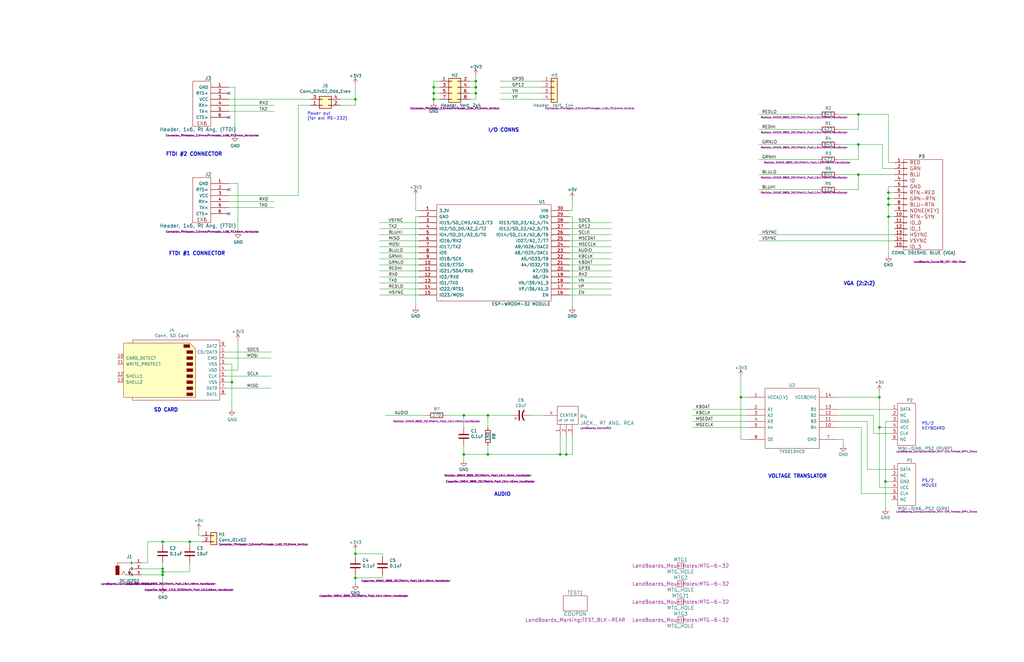
<source format=kicad_sch>
(kicad_sch (version 20211123) (generator eeschema)
  (paper "B")
  (title_block (title "ESP32-VGA") (date "2021-03-10") (rev "3") (company "land-boards.com"))
  (lib_symbols
    (symbol "Connector_Generic:Conn_01x02" (pin_names (offset 1.016) hide)
      (property "Reference" "J" (at 0 2.54 0))
      (property "Value" "Conn_01x02" (at 0 -5.08 0))
      (symbol "Conn_01x02_1_1"
        (rectangle (start -1.27 -2.413) (end 0 -2.667) (stroke (width 0.1524)))
        (rectangle (start -1.27 0.127) (end 0 -0.127) (stroke (width 0.1524)))
        (rectangle (start -1.27 1.27) (end 1.27 -3.81) (stroke (width 0.254)) (fill (type background)))
        (pin passive line (at -5.08 0 0) (length 3.81) (name "Pin_1") (number "1"))
        (pin passive line (at -5.08 -2.54 0) (length 3.81) (name "Pin_2") (number "2"))
      )
    )
    (symbol "Connector_Generic:Conn_01x04" (pin_names (offset 1.016) hide)
      (property "Reference" "J" (at 0 5.08 0))
      (property "Value" "Conn_01x04" (at 0 -7.62 0))
      (symbol "Conn_01x04_1_1"
        (rectangle (start -1.27 -4.953) (end 0 -5.207) (stroke (width 0.1524)))
        (rectangle (start -1.27 -2.413) (end 0 -2.667) (stroke (width 0.1524)))
        (rectangle (start -1.27 0.127) (end 0 -0.127) (stroke (width 0.1524)))
        (rectangle (start -1.27 2.667) (end 0 2.413) (stroke (width 0.1524)))
        (rectangle (start -1.27 3.81) (end 1.27 -6.35) (stroke (width 0.254)) (fill (type background)))
        (pin passive line (at -5.08 2.54 0) (length 3.81) (name "Pin_1") (number "1"))
        (pin passive line (at -5.08 0 0) (length 3.81) (name "Pin_2") (number "2"))
        (pin passive line (at -5.08 -2.54 0) (length 3.81) (name "Pin_3") (number "3"))
        (pin passive line (at -5.08 -5.08 0) (length 3.81) (name "Pin_4") (number "4"))
      )
    )
    (symbol "Connector_Generic:Conn_02x02_Odd_Even" (pin_names (offset 1.016) hide)
      (property "Reference" "J" (at 1.27 2.54 0))
      (property "Value" "Conn_02x02_Odd_Even" (at 1.27 -5.08 0))
      (symbol "Conn_02x02_Odd_Even_1_1"
        (rectangle (start -1.27 -2.413) (end 0 -2.667) (stroke (width 0.1524)))
        (rectangle (start -1.27 0.127) (end 0 -0.127) (stroke (width 0.1524)))
        (rectangle (start -1.27 1.27) (end 3.81 -3.81) (stroke (width 0.254)) (fill (type background)))
        (rectangle (start 3.81 -2.413) (end 2.54 -2.667) (stroke (width 0.1524)))
        (rectangle (start 3.81 0.127) (end 2.54 -0.127) (stroke (width 0.1524)))
        (pin passive line (at -5.08 0 0) (length 3.81) (name "Pin_1") (number "1"))
        (pin passive line (at 7.62 0 180) (length 3.81) (name "Pin_2") (number "2"))
        (pin passive line (at -5.08 -2.54 0) (length 3.81) (name "Pin_3") (number "3"))
        (pin passive line (at 7.62 -2.54 180) (length 3.81) (name "Pin_4") (number "4"))
      )
    )
    (symbol "Connector_Generic:Conn_02x04_Odd_Even" (pin_names (offset 1.016) hide)
      (property "Reference" "J" (at 1.27 5.08 0))
      (property "Value" "Conn_02x04_Odd_Even" (at 1.27 -7.62 0))
      (symbol "Conn_02x04_Odd_Even_1_1"
        (rectangle (start -1.27 -4.953) (end 0 -5.207) (stroke (width 0.1524)))
        (rectangle (start -1.27 -2.413) (end 0 -2.667) (stroke (width 0.1524)))
        (rectangle (start -1.27 0.127) (end 0 -0.127) (stroke (width 0.1524)))
        (rectangle (start -1.27 2.667) (end 0 2.413) (stroke (width 0.1524)))
        (rectangle (start -1.27 3.81) (end 3.81 -6.35) (stroke (width 0.254)) (fill (type background)))
        (rectangle (start 3.81 -4.953) (end 2.54 -5.207) (stroke (width 0.1524)))
        (rectangle (start 3.81 -2.413) (end 2.54 -2.667) (stroke (width 0.1524)))
        (rectangle (start 3.81 0.127) (end 2.54 -0.127) (stroke (width 0.1524)))
        (rectangle (start 3.81 2.667) (end 2.54 2.413) (stroke (width 0.1524)))
        (pin passive line (at -5.08 2.54 0) (length 3.81) (name "Pin_1") (number "1"))
        (pin passive line (at 7.62 2.54 180) (length 3.81) (name "Pin_2") (number "2"))
        (pin passive line (at -5.08 0 0) (length 3.81) (name "Pin_3") (number "3"))
        (pin passive line (at 7.62 0 180) (length 3.81) (name "Pin_4") (number "4"))
        (pin passive line (at -5.08 -2.54 0) (length 3.81) (name "Pin_5") (number "5"))
        (pin passive line (at 7.62 -2.54 180) (length 3.81) (name "Pin_6") (number "6"))
        (pin passive line (at -5.08 -5.08 0) (length 3.81) (name "Pin_7") (number "7"))
        (pin passive line (at 7.62 -5.08 180) (length 3.81) (name "Pin_8") (number "8"))
      )
    )
    (symbol "Device:C" (pin_numbers hide) (pin_names (offset 0.254))
      (property "Reference" "C" (at 0.635 2.54 0))
      (property "Value" "C" (at 0.635 -2.54 0))
      (symbol "C_0_1"
        (polyline (pts (xy -2.032 -0.762) (xy 2.032 -0.762)) (stroke (width 0.508)))
        (polyline (pts (xy -2.032 0.762) (xy 2.032 0.762)) (stroke (width 0.508)))
      )
      (symbol "C_1_1"
        (pin passive line (at 0 3.81 270) (length 2.794) (name "~") (number "1"))
        (pin passive line (at 0 -3.81 90) (length 2.794) (name "~") (number "2"))
      )
    )
    (symbol "Device:CP1" (pin_numbers hide) (pin_names (offset 0.254) hide)
      (property "Reference" "C" (at 0.635 2.54 0))
      (property "Value" "Device_CP1" (at 0.635 -2.54 0))
      (symbol "CP1_0_1"
        (polyline (pts (xy -2.032 0.762) (xy 2.032 0.762)) (stroke (width 0.508)))
        (polyline (pts (xy -1.778 2.286) (xy -0.762 2.286)))
        (polyline (pts (xy -1.27 1.778) (xy -1.27 2.794)))
        (arc (start 2.032 -1.27) (mid 0 -0.5572) (end -2.032 -1.27) (stroke (width 0.508)))
      )
      (symbol "CP1_1_1"
        (pin passive line (at 0 3.81 270) (length 2.794) (name "~") (number "1"))
        (pin passive line (at 0 -3.81 90) (length 3.302) (name "~") (number "2"))
      )
    )
    (symbol "Device:R" (pin_numbers hide) (pin_names (offset 0))
      (property "Reference" "R" (at 2.032 0 90))
      (property "Value" "R" (at 0 0 90))
      (symbol "R_0_1"
        (rectangle (start -1.016 -2.54) (end 1.016 2.54) (stroke (width 0.254)))
      )
      (symbol "R_1_1"
        (pin passive line (at 0 3.81 270) (length 1.27) (name "~") (number "1"))
        (pin passive line (at 0 -3.81 90) (length 1.27) (name "~") (number "2"))
      )
    )
    (symbol "ESP32-VGA-rescue:ESP32-ESP32-LandBoards_Semis" (pin_names (offset 1.016))
      (property "Reference" "U" (at 0 24.13 0))
      (property "Value" "ESP32-ESP32-LandBoards_Semis" (at 7.62 -24.13 0))
      (symbol "ESP32-ESP32-LandBoards_Semis_1_0"
        (rectangle (start -24.13 -20.32) (end 24.13 20.32))
      )
      (symbol "ESP32-ESP32-LandBoards_Semis_1_1"
        (pin power_in line (at 31.75 17.78 180) (length 7.62) (name "3.3V") (number "1"))
        (pin bidirectional line (at 31.75 -5.08 180) (length 7.62) (name "IO19/CTS0") (number "10"))
        (pin bidirectional line (at 31.75 -7.62 180) (length 7.62) (name "IO21/SDA/RX0") (number "11"))
        (pin input line (at 31.75 -10.16 180) (length 7.62) (name "IO3/RX0") (number "12"))
        (pin bidirectional line (at 31.75 -12.7 180) (length 7.62) (name "IO1/TX0") (number "13"))
        (pin input line (at 31.75 -15.24 180) (length 7.62) (name "IO22/RTS1") (number "14"))
        (pin bidirectional line (at 31.75 -17.78 180) (length 7.62) (name "IO23/MOSI") (number "15"))
        (pin input line (at -31.75 -17.78 0) (length 7.62) (name "EN") (number "16"))
        (pin input line (at -31.75 -15.24 0) (length 7.62) (name "VP/I36/A1_0") (number "17"))
        (pin input line (at -31.75 -12.7 0) (length 7.62) (name "VN/I39/A1_3") (number "18"))
        (pin input line (at -31.75 -10.16 0) (length 7.62) (name "A6/I34") (number "19"))
        (pin power_in line (at 31.75 15.24 180) (length 7.62) (name "GND") (number "2"))
        (pin input line (at -31.75 -7.62 0) (length 7.62) (name "A7/I35") (number "20"))
        (pin input line (at -31.75 -5.08 0) (length 7.62) (name "A4/IO32/T9") (number "21"))
        (pin input line (at -31.75 -2.54 0) (length 7.62) (name "A5/IO33/T8") (number "22"))
        (pin input line (at -31.75 0 0) (length 7.62) (name "A8/IO25/DAC1") (number "23"))
        (pin input line (at -31.75 2.54 0) (length 7.62) (name "A9/I026/DAC2") (number "24"))
        (pin bidirectional line (at -31.75 5.08 0) (length 7.62) (name "IO27/A2_7/T7") (number "25"))
        (pin bidirectional line (at -31.75 7.62 0) (length 7.62) (name "IO14/SD_CLK/A2_6/T6") (number "26"))
        (pin bidirectional line (at -31.75 10.16 0) (length 7.62) (name "IO12/SD_D2/A2_5/T5") (number "27"))
        (pin bidirectional line (at -31.75 12.7 0) (length 7.62) (name "IO13/SD_D3/A2_4/T4") (number "28"))
        (pin power_in line (at -31.75 15.24 0) (length 7.62) (name "GND") (number "29"))
        (pin bidirectional line (at 31.75 12.7 180) (length 7.62) (name "IO15/SD_CMD/A2_3/T3") (number "3"))
        (pin power_in line (at -31.75 17.78 0) (length 7.62) (name "VIN") (number "30"))
        (pin bidirectional line (at 31.75 10.16 180) (length 7.62) (name "IO2/SD_D0/A2_2/T2") (number "4"))
        (pin bidirectional line (at 31.75 7.62 180) (length 7.62) (name "IO4/SD_D1/A2_0/T0") (number "5"))
        (pin input line (at 31.75 5.08 180) (length 7.62) (name "IO16/RX2") (number "6"))
        (pin output line (at 31.75 2.54 180) (length 7.62) (name "IO17/TX2") (number "7"))
        (pin bidirectional line (at 31.75 0 180) (length 7.62) (name "IO5") (number "8"))
        (pin bidirectional line (at 31.75 -2.54 180) (length 7.62) (name "IO18/SCK") (number "9"))
      )
    )
    (symbol "ESP32-VGA-rescue:SD_Card-Connector" (pin_names (offset 1.016))
      (property "Reference" "J" (at -16.51 13.97 0))
      (property "Value" "SD_Card-Connector" (at 15.24 -13.97 0))
      (symbol "SD_Card-Connector_0_1"
        (rectangle (start -8.89 -9.525) (end -6.35 -10.795) (fill (type outline)))
        (rectangle (start -8.89 -6.985) (end -6.35 -8.255) (fill (type outline)))
        (rectangle (start -8.89 -4.445) (end -6.35 -5.715) (fill (type outline)))
        (rectangle (start -8.89 -1.905) (end -6.35 -3.175) (fill (type outline)))
        (rectangle (start -8.89 0.635) (end -6.35 -0.635) (fill (type outline)))
        (rectangle (start -8.89 3.175) (end -6.35 1.905) (fill (type outline)))
        (rectangle (start -8.89 5.715) (end -6.35 4.445) (fill (type outline)))
        (rectangle (start -8.89 8.255) (end -6.35 6.985) (fill (type outline)))
        (rectangle (start -7.62 10.795) (end -5.08 9.525) (fill (type outline)))
        (polyline (pts (xy -10.16 8.89) (xy -7.62 11.43) (xy 20.32 11.43) (xy 20.32 -11.43) (xy -10.16 -11.43) (xy -10.16 8.89)) (fill (type background)))
        (polyline (pts (xy 16.51 11.43) (xy 16.51 12.7) (xy -20.32 12.7) (xy -20.32 -12.7) (xy 16.51 -12.7) (xy 16.51 -11.43)))
      )
      (symbol "SD_Card-Connector_1_1"
        (pin input line (at -22.86 7.62 0) (length 2.54) (name "CD/DAT3") (number "1"))
        (pin input line (at 22.86 5.08 180) (length 2.54) (name "CARD_DETECT") (number "10"))
        (pin input line (at 22.86 2.54 180) (length 2.54) (name "WRITE_PROTECT") (number "11"))
        (pin input line (at 22.86 -2.54 180) (length 2.54) (name "SHELL1") (number "12"))
        (pin input line (at 22.86 -5.08 180) (length 2.54) (name "SHELL2") (number "13"))
        (pin input line (at -22.86 5.08 0) (length 2.54) (name "CMD") (number "2"))
        (pin power_in line (at -22.86 2.54 0) (length 2.54) (name "VSS") (number "3"))
        (pin power_in line (at -22.86 0 0) (length 2.54) (name "VDD") (number "4"))
        (pin input line (at -22.86 -2.54 0) (length 2.54) (name "CLK") (number "5"))
        (pin power_in line (at -22.86 -5.08 0) (length 2.54) (name "VSS") (number "6"))
        (pin input line (at -22.86 -7.62 0) (length 2.54) (name "DAT0") (number "7"))
        (pin input line (at -22.86 -10.16 0) (length 2.54) (name "DAT1") (number "8"))
        (pin input line (at -22.86 10.16 0) (length 2.54) (name "DAT2") (number "9"))
      )
    )
    (symbol "LandBoards:COUPON" (pin_names (offset 1.016))
      (property "Reference" "COUP?" (at 0 0 0))
      (property "Value" "COUPON" (at 0 0 0))
      (symbol "COUPON_0_1"
        (rectangle (start -5.08 0) (end 5.08 6.35))
      )
    )
    (symbol "LandBoards:MTG_HOLE" (pin_names (offset 1.016))
      (property "Reference" "MTG?" (at 0 2.54 0))
      (property "Value" "MTG_HOLE" (at 0 -2.54 0))
      (symbol "MTG_HOLE_0_1"
        (rectangle (start -1.27 -1.27) (end 1.27 -1.27))
        (rectangle (start -1.27 1.27) (end -1.27 -1.27))
        (rectangle (start 1.27 1.27) (end -1.27 1.27))
        (rectangle (start 1.27 1.27) (end 1.27 -1.27))
      )
    )
    (symbol "LandBoards_Cards:FTDI-Slave" (pin_names (offset 1.016))
      (property "Reference" "BRD" (at 0 10.16 0))
      (property "Value" "FTDI-Slave" (at 0 -11.43 0))
      (symbol "FTDI-Slave_0_0"
        (rectangle (start 3.81 -10.16) (end -3.81 8.89))
        (text "1X6" (at 0 -8.89 0) (effects (font (size 1.524 1.524))))
      )
      (symbol "FTDI-Slave_1_1"
        (pin power_out line (at -11.43 6.35 0) (length 7.62) (name "GND") (number "1"))
        (pin input line (at -11.43 3.81 0) (length 7.62) (name "RTS<") (number "2"))
        (pin power_out line (at -11.43 1.27 0) (length 7.62) (name "VCC") (number "3"))
        (pin output line (at -11.43 -1.27 0) (length 7.62) (name "RX>") (number "4"))
        (pin input line (at -11.43 -3.81 0) (length 7.62) (name "TX<") (number "5"))
        (pin output line (at -11.43 -6.35 0) (length 7.62) (name "CTS>") (number "6"))
      )
    )
    (symbol "LandBoards_Conns:DCJ0202" (pin_names (offset 1.016))
      (property "Reference" "J" (at -2.54 3.81 0))
      (property "Value" "DCJ0202" (at -2.54 -6.35 0))
      (symbol "DCJ0202_1_0"
        (polyline (pts (xy -2.54 2.54) (xy -2.54 1.27)))
        (polyline (pts (xy 0 -1.016) (xy -0.762 -2.54)))
        (polyline (pts (xy 0.762 -2.54) (xy 0 -1.016)))
        (polyline (pts (xy 2.54 -2.54) (xy 0.762 -2.54)))
        (polyline (pts (xy 2.54 0) (xy 2.54 -2.54)))
        (polyline (pts (xy 5.08 -2.54) (xy 2.54 -2.54)))
        (polyline (pts (xy 5.08 0) (xy 2.54 0)))
        (polyline (pts (xy 5.08 2.54) (xy -2.54 2.54)))
      )
      (symbol "DCJ0202_1_1"
        (rectangle (start -3.302 -2.54) (end -1.778 1.27) (fill (type outline)))
        (polyline (pts (xy 2.54 -2.54) (xy 2.032 -1.27) (xy 2.032 -1.27) (xy 3.048 -1.27) (xy 3.048 -1.27) (xy 2.54 -2.54)) (fill (type outline)))
        (pin passive line (at 7.62 2.54 180) (length 2.54) (name "1") (number "1"))
        (pin passive line (at 7.62 0 180) (length 2.54) (name "2") (number "2"))
        (pin passive line (at 7.62 -2.54 180) (length 2.54) (name "3") (number "3"))
      )
    )
    (symbol "LandBoards_Conns:PS2_DIN6" (pin_names (offset 1.016))
      (property "Reference" "J" (at -1.27 10.16 0))
      (property "Value" "PS2_DIN6" (at -1.27 -10.16 0))
      (symbol "PS2_DIN6_0_1"
        (rectangle (start -3.81 8.89) (end 3.81 -8.89))
      )
      (symbol "PS2_DIN6_1_1"
        (pin input line (at -6.35 6.35 0) (length 2.54) (name "DATA") (number "1"))
        (pin input line (at -6.35 3.81 0) (length 2.54) (name "NC") (number "2"))
        (pin input line (at -6.35 1.27 0) (length 2.54) (name "GND") (number "3"))
        (pin input line (at -6.35 -1.27 0) (length 2.54) (name "VCC") (number "4"))
        (pin input line (at -6.35 -3.81 0) (length 2.54) (name "CLK") (number "5"))
        (pin input line (at -6.35 -6.35 0) (length 2.54) (name "NC") (number "6"))
      )
    )
    (symbol "LandBoards_Conns:RCA-JACK" (pin_names (offset 1.016))
      (property "Reference" "J" (at 0 6.35 0))
      (property "Value" "RCA-JACK" (at 11.43 -2.54 0))
      (symbol "RCA-JACK_0_1"
        (rectangle (start -3.81 -2.54) (end 5.08 5.08))
      )
      (symbol "RCA-JACK_1_1"
        (pin power_in line (at 3.81 -7.62 90) (length 5.08) (name "G") (number "1"))
        (pin power_in line (at 1.27 -7.62 90) (length 5.08) (name "G") (number "2"))
        (pin power_in line (at -1.27 -7.62 90) (length 5.08) (name "G") (number "3"))
        (pin passive line (at 10.16 1.27 180) (length 5.08) (name "CENTER") (number "4"))
      )
    )
    (symbol "LandBoards_Conns:VGA" (pin_names (offset 1.016) hide)
      (property "Reference" "P" (at -6.35 20.32 0))
      (property "Value" "VGA" (at -1.27 -20.32 0))
      (symbol "VGA_0_0"
        (text "BLU" (at -5.08 12.7 0) (effects (font (size 1.524 1.524)) (justify left)))
        (text "BLU-RTN" (at -5.08 0 0) (effects (font (size 1.524 1.524)) (justify left)))
        (text "GND" (at -5.08 7.62 0) (effects (font (size 1.524 1.524)) (justify left)))
        (text "GRN" (at -5.08 15.24 0) (effects (font (size 1.524 1.524)) (justify left)))
        (text "GRN-RTN" (at -5.08 2.54 0) (effects (font (size 1.524 1.524)) (justify left)))
        (text "HSYNC" (at -5.08 -12.7 0) (effects (font (size 1.524 1.524)) (justify left)))
        (text "ID" (at -5.08 10.16 0) (effects (font (size 1.524 1.524)) (justify left)))
        (text "ID_0" (at -5.08 -7.62 0) (effects (font (size 1.524 1.524)) (justify left)))
        (text "ID_1" (at -5.08 -10.16 0) (effects (font (size 1.524 1.524)) (justify left)))
        (text "ID_3" (at -5.08 -17.78 0) (effects (font (size 1.524 1.524)) (justify left)))
        (text "NONE(KEY)" (at -5.08 -2.54 0) (effects (font (size 1.524 1.524)) (justify left)))
        (text "RED" (at -5.08 17.78 0) (effects (font (size 1.524 1.524)) (justify left)))
        (text "RTN-RED" (at -5.08 5.08 0) (effects (font (size 1.524 1.524)) (justify left)))
        (text "RTN-SYN" (at -5.08 -5.08 0) (effects (font (size 1.524 1.524)) (justify left)))
        (text "VSYNC" (at -5.08 -15.24 0) (effects (font (size 1.524 1.524)) (justify left)))
      )
      (symbol "VGA_0_1"
        (rectangle (start -7.62 -17.653) (end -6.096 -17.907))
        (rectangle (start -7.62 -15.113) (end -6.096 -15.367))
        (rectangle (start -7.62 -12.573) (end -6.096 -12.827))
        (rectangle (start -7.62 -10.033) (end -6.096 -10.287))
        (rectangle (start -7.62 -7.493) (end -6.096 -7.747))
        (rectangle (start -7.62 -4.953) (end -6.096 -5.207))
        (rectangle (start -7.62 -2.413) (end -6.096 -2.667))
        (rectangle (start -7.62 0.127) (end -6.096 -0.127))
        (rectangle (start -7.62 2.667) (end -6.096 2.413))
        (rectangle (start -7.62 5.207) (end -6.096 4.953))
        (rectangle (start -7.62 7.747) (end -6.096 7.493))
        (rectangle (start -7.62 10.287) (end -6.096 10.033))
        (rectangle (start -7.62 12.827) (end -6.096 12.573))
        (rectangle (start -7.62 15.367) (end -6.096 15.113))
        (rectangle (start -7.62 17.907) (end -6.096 17.653))
        (rectangle (start -7.62 19.05) (end 8.89 -19.05))
      )
      (symbol "VGA_1_1"
        (pin passive line (at -11.43 17.78 0) (length 3.81) (name "P1") (number "1"))
        (pin passive line (at -11.43 -5.08 0) (length 3.81) (name "P10") (number "10"))
        (pin passive line (at -11.43 -7.62 0) (length 3.81) (name "P11") (number "11"))
        (pin passive line (at -11.43 -10.16 0) (length 3.81) (name "P12") (number "12"))
        (pin passive line (at -11.43 -12.7 0) (length 3.81) (name "P13") (number "13"))
        (pin passive line (at -11.43 -15.24 0) (length 3.81) (name "P14") (number "14"))
        (pin passive line (at -11.43 -17.78 0) (length 3.81) (name "P15") (number "15"))
        (pin passive line (at -11.43 15.24 0) (length 3.81) (name "P2") (number "2"))
        (pin passive line (at -11.43 12.7 0) (length 3.81) (name "P3") (number "3"))
        (pin passive line (at -11.43 10.16 0) (length 3.81) (name "P4") (number "4"))
        (pin passive line (at -11.43 7.62 0) (length 3.81) (name "P5") (number "5"))
        (pin passive line (at -11.43 5.08 0) (length 3.81) (name "P6") (number "6"))
        (pin passive line (at -11.43 2.54 0) (length 3.81) (name "P7") (number "7"))
        (pin passive line (at -11.43 0 0) (length 3.81) (name "P8") (number "8"))
        (pin passive line (at -11.43 -2.54 0) (length 3.81) (name "P9") (number "9"))
      )
    )
    (symbol "LandBoards_Semis:TXS0104" (pin_names (offset 1.016))
      (property "Reference" "U" (at -2.54 13.97 0))
      (property "Value" "TXS0104" (at -1.27 -13.97 0))
      (symbol "TXS0104_1_0"
        (rectangle (start -11.43 -12.7) (end 11.43 12.7))
      )
      (symbol "TXS0104_1_1"
        (pin passive line (at -19.05 8.89 0) (length 7.62) (name "VCCA(LV)") (number "1"))
        (pin bidirectional line (at 19.05 -3.81 180) (length 7.62) (name "B4") (number "10"))
        (pin bidirectional line (at 19.05 -1.27 180) (length 7.62) (name "B3") (number "11"))
        (pin bidirectional line (at 19.05 1.27 180) (length 7.62) (name "B2") (number "12"))
        (pin bidirectional line (at 19.05 3.81 180) (length 7.62) (name "B1") (number "13"))
        (pin passive line (at 19.05 8.89 180) (length 7.62) (name "VCCB(HV)") (number "14"))
        (pin bidirectional line (at -19.05 3.81 0) (length 7.62) (name "A1") (number "2"))
        (pin bidirectional line (at -19.05 1.27 0) (length 7.62) (name "A2") (number "3"))
        (pin bidirectional line (at -19.05 -1.27 0) (length 7.62) (name "A3") (number "4"))
        (pin bidirectional line (at -19.05 -3.81 0) (length 7.62) (name "A4") (number "5"))
        (pin passive line (at 19.05 -8.89 180) (length 7.62) (name "GND") (number "7"))
        (pin input line (at -19.05 -8.89 0) (length 7.62) (name "OE") (number "8"))
      )
    )
    (symbol "power:+3.3V" (power) (pin_names (offset 0))
      (property "Value" "+3.3V" (at 0 3.556 0))
      (symbol "+3.3V_0_1"
        (polyline (pts (xy -0.762 1.27) (xy 0 2.54)))
        (polyline (pts (xy 0 0) (xy 0 2.54)))
        (polyline (pts (xy 0 2.54) (xy 0.762 1.27)))
      )
      (symbol "+3.3V_1_1"
        (pin power_in line (at 0 0 90) (length 0) hide (name "+3V3") (number "1"))
      )
    )
    (symbol "power:+5V" (power) (pin_names (offset 0))
      (property "Value" "+5V" (at 0 3.556 0))
      (symbol "+5V_0_1"
        (polyline (pts (xy -0.762 1.27) (xy 0 2.54)))
        (polyline (pts (xy 0 0) (xy 0 2.54)))
        (polyline (pts (xy 0 2.54) (xy 0.762 1.27)))
      )
      (symbol "+5V_1_1"
        (pin power_in line (at 0 0 90) (length 0) hide (name "+5V") (number "1"))
      )
    )
    (symbol "power:GND" (power) (pin_names (offset 0))
      (property "Value" "GND" (at 0 -3.81 0))
      (symbol "GND_0_1"
        (polyline (pts (xy 0 0) (xy 0 -1.27) (xy 1.27 -1.27) (xy 0 -2.54) (xy -1.27 -1.27) (xy 0 -1.27)))
      )
      (symbol "GND_1_1"
        (pin power_in line (at 0 0 270) (length 0) hide (name "GND") (number "1"))
      )
    )
  )
  (junction (at 182.88 39.37))
  (junction (at 373.38 203.2))
  (junction (at 370.84 167.64))
  (junction (at 200.66 39.37))
  (junction (at 374.65 83.82))
  (junction (at 68.58 240.03))
  (junction (at 195.58 191.77))
  (junction (at 149.86 243.84))
  (junction (at 361.95 60.96))
  (junction (at 149.86 41.91))
  (junction (at 200.66 36.83))
  (junction (at 149.86 233.68))
  (junction (at 68.58 228.6))
  (junction (at 374.65 81.28))
  (junction (at 238.76 191.77))
  (junction (at 205.74 191.77))
  (junction (at 200.66 34.29))
  (junction (at 374.65 86.36))
  (junction (at 68.58 242.57))
  (junction (at 182.88 41.91))
  (junction (at 97.79 161.29))
  (junction (at 182.88 36.83))
  (junction (at 361.95 48.26))
  (junction (at 205.74 175.26))
  (junction (at 80.01 228.6))
  (junction (at 361.95 73.66))
  (junction (at 195.58 175.26))
  (junction (at 312.42 167.64))
  (junction (at 370.84 180.34))
  (junction (at 68.58 241.3))
  (junction (at 374.65 91.44))
  (junction (at 236.22 191.77))
  (no_connect (at 96.52 49.53))
  (no_connect (at 96.52 39.37))
  (no_connect (at 96.52 80.01))
  (no_connect (at 96.52 90.17))
  (wire (pts (xy 68.58 228.6) (xy 80.01 228.6)))
  (wire (pts (xy 353.06 167.64) (xy 370.84 167.64)))
  (wire (pts (xy 363.22 180.34) (xy 363.22 208.28)))
  (wire (pts (xy 353.06 54.61) (xy 361.95 54.61)))
  (wire (pts (xy 62.23 237.49) (xy 62.23 228.6)))
  (wire (pts (xy 353.06 177.8) (xy 365.76 177.8)))
  (wire (pts (xy 143.51 44.45) (xy 149.86 44.45)))
  (wire (pts (xy 374.65 83.82) (xy 377.19 83.82)))
  (wire (pts (xy 361.95 73.66) (xy 361.95 80.01)))
  (wire (pts (xy 96.52 77.47) (xy 100.33 77.47)))
  (wire (pts (xy 205.74 191.77) (xy 236.22 191.77)))
  (wire (pts (xy 314.96 180.34) (xy 292.1 180.34)))
  (wire (pts (xy 200.66 36.83) (xy 200.66 39.37)))
  (wire (pts (xy 97.79 161.29) (xy 97.79 172.72)))
  (wire (pts (xy 353.06 80.01) (xy 361.95 80.01)))
  (wire (pts (xy 80.01 241.3) (xy 80.01 237.49)))
  (wire (pts (xy 200.66 39.37) (xy 200.66 41.91)))
  (wire (pts (xy 241.3 184.15) (xy 241.3 191.77)))
  (wire (pts (xy 115.57 85.09) (xy 96.52 85.09)))
  (wire (pts (xy 160.02 111.76) (xy 176.53 111.76)))
  (wire (pts (xy 257.81 101.6) (xy 240.03 101.6)))
  (wire (pts (xy 375.92 203.2) (xy 373.38 203.2)))
  (wire (pts (xy 353.06 48.26) (xy 361.95 48.26)))
  (wire (pts (xy 353.06 67.31) (xy 361.95 67.31)))
  (wire (pts (xy 62.23 228.6) (xy 68.58 228.6)))
  (wire (pts (xy 96.52 36.83) (xy 99.06 36.83)))
  (wire (pts (xy 161.29 242.57) (xy 161.29 243.84)))
  (wire (pts (xy 160.02 101.6) (xy 176.53 101.6)))
  (wire (pts (xy 59.69 240.03) (xy 68.58 240.03)))
  (wire (pts (xy 175.26 91.44) (xy 175.26 129.54)))
  (wire (pts (xy 377.19 78.74) (xy 374.65 78.74)))
  (wire (pts (xy 176.53 88.9) (xy 175.26 88.9)))
  (wire (pts (xy 185.42 36.83) (xy 182.88 36.83)))
  (wire (pts (xy 160.02 116.84) (xy 176.53 116.84)))
  (wire (pts (xy 361.95 73.66) (xy 377.19 73.66)))
  (wire (pts (xy 125.73 44.45) (xy 130.81 44.45)))
  (wire (pts (xy 182.88 39.37) (xy 182.88 41.91)))
  (wire (pts (xy 257.81 96.52) (xy 240.03 96.52)))
  (wire (pts (xy 114.3 151.13) (xy 95.25 151.13)))
  (wire (pts (xy 205.74 175.26) (xy 215.9 175.26)))
  (wire (pts (xy 205.74 191.77) (xy 205.74 187.96)))
  (wire (pts (xy 149.86 233.68) (xy 149.86 234.95)))
  (wire (pts (xy 68.58 241.3) (xy 68.58 242.57)))
  (wire (pts (xy 160.02 124.46) (xy 176.53 124.46)))
  (wire (pts (xy 80.01 228.6) (xy 85.09 228.6)))
  (wire (pts (xy 314.96 167.64) (xy 312.42 167.64)))
  (wire (pts (xy 241.3 91.44) (xy 240.03 91.44)))
  (wire (pts (xy 368.3 175.26) (xy 368.3 182.88)))
  (wire (pts (xy 95.25 161.29) (xy 97.79 161.29)))
  (wire (pts (xy 68.58 237.49) (xy 68.58 240.03)))
  (wire (pts (xy 353.06 60.96) (xy 361.95 60.96)))
  (wire (pts (xy 210.82 39.37) (xy 228.6 39.37)))
  (wire (pts (xy 114.3 158.75) (xy 95.25 158.75)))
  (wire (pts (xy 210.82 36.83) (xy 228.6 36.83)))
  (wire (pts (xy 374.65 81.28) (xy 374.65 83.82)))
  (wire (pts (xy 114.3 148.59) (xy 95.25 148.59)))
  (wire (pts (xy 115.57 46.99) (xy 96.52 46.99)))
  (wire (pts (xy 374.65 83.82) (xy 374.65 86.36)))
  (wire (pts (xy 377.19 71.12) (xy 372.11 71.12)))
  (wire (pts (xy 257.81 99.06) (xy 240.03 99.06)))
  (wire (pts (xy 345.44 80.01) (xy 320.04 80.01)))
  (wire (pts (xy 160.02 109.22) (xy 176.53 109.22)))
  (wire (pts (xy 374.65 78.74) (xy 374.65 81.28)))
  (wire (pts (xy 312.42 167.64) (xy 312.42 158.75)))
  (wire (pts (xy 372.11 60.96) (xy 361.95 60.96)))
  (wire (pts (xy 83.82 226.06) (xy 85.09 226.06)))
  (wire (pts (xy 182.88 34.29) (xy 182.88 36.83)))
  (wire (pts (xy 182.88 41.91) (xy 182.88 43.18)))
  (wire (pts (xy 198.12 39.37) (xy 200.66 39.37)))
  (wire (pts (xy 373.38 177.8) (xy 373.38 203.2)))
  (wire (pts (xy 149.86 243.84) (xy 149.86 246.38)))
  (wire (pts (xy 68.58 241.3) (xy 80.01 241.3)))
  (wire (pts (xy 149.86 232.41) (xy 149.86 233.68)))
  (wire (pts (xy 96.52 82.55) (xy 125.73 82.55)))
  (wire (pts (xy 257.81 93.98) (xy 240.03 93.98)))
  (wire (pts (xy 198.12 41.91) (xy 200.66 41.91)))
  (wire (pts (xy 375.92 182.88) (xy 368.3 182.88)))
  (wire (pts (xy 241.3 129.54) (xy 241.3 91.44)))
  (wire (pts (xy 143.51 41.91) (xy 149.86 41.91)))
  (wire (pts (xy 100.33 77.47) (xy 100.33 97.79)))
  (wire (pts (xy 257.81 114.3) (xy 240.03 114.3)))
  (wire (pts (xy 160.02 96.52) (xy 176.53 96.52)))
  (wire (pts (xy 240.03 88.9) (xy 241.3 88.9)))
  (wire (pts (xy 68.58 240.03) (xy 68.58 241.3)))
  (wire (pts (xy 176.53 91.44) (xy 175.26 91.44)))
  (wire (pts (xy 100.33 143.51) (xy 100.33 156.21)))
  (wire (pts (xy 160.02 104.14) (xy 176.53 104.14)))
  (wire (pts (xy 83.82 223.52) (xy 83.82 226.06)))
  (wire (pts (xy 175.26 88.9) (xy 175.26 82.55)))
  (wire (pts (xy 114.3 163.83) (xy 95.25 163.83)))
  (wire (pts (xy 182.88 36.83) (xy 182.88 39.37)))
  (wire (pts (xy 198.12 36.83) (xy 200.66 36.83)))
  (wire (pts (xy 345.44 67.31) (xy 320.04 67.31)))
  (wire (pts (xy 160.02 119.38) (xy 176.53 119.38)))
  (wire (pts (xy 377.19 101.6) (xy 320.04 101.6)))
  (wire (pts (xy 195.58 175.26) (xy 205.74 175.26)))
  (wire (pts (xy 195.58 180.34) (xy 195.58 175.26)))
  (wire (pts (xy 314.96 172.72) (xy 292.1 172.72)))
  (wire (pts (xy 345.44 60.96) (xy 320.04 60.96)))
  (wire (pts (xy 115.57 44.45) (xy 96.52 44.45)))
  (wire (pts (xy 353.06 175.26) (xy 368.3 175.26)))
  (wire (pts (xy 374.65 48.26) (xy 374.65 68.58)))
  (wire (pts (xy 99.06 36.83) (xy 99.06 57.15)))
  (wire (pts (xy 375.92 180.34) (xy 370.84 180.34)))
  (wire (pts (xy 210.82 34.29) (xy 228.6 34.29)))
  (wire (pts (xy 345.44 73.66) (xy 320.04 73.66)))
  (wire (pts (xy 59.69 237.49) (xy 62.23 237.49)))
  (wire (pts (xy 238.76 191.77) (xy 241.3 191.77)))
  (wire (pts (xy 160.02 121.92) (xy 176.53 121.92)))
  (wire (pts (xy 355.6 185.42) (xy 355.6 187.96)))
  (wire (pts (xy 160.02 99.06) (xy 176.53 99.06)))
  (wire (pts (xy 373.38 203.2) (xy 373.38 214.63)))
  (wire (pts (xy 160.02 106.68) (xy 176.53 106.68)))
  (wire (pts (xy 198.12 34.29) (xy 200.66 34.29)))
  (wire (pts (xy 374.65 86.36) (xy 377.19 86.36)))
  (wire (pts (xy 241.3 83.82) (xy 241.3 88.9)))
  (wire (pts (xy 257.81 106.68) (xy 240.03 106.68)))
  (wire (pts (xy 312.42 185.42) (xy 314.96 185.42)))
  (wire (pts (xy 375.92 177.8) (xy 373.38 177.8)))
  (wire (pts (xy 345.44 48.26) (xy 320.04 48.26)))
  (wire (pts (xy 195.58 187.96) (xy 195.58 191.77)))
  (wire (pts (xy 125.73 82.55) (xy 125.73 44.45)))
  (wire (pts (xy 149.86 44.45) (xy 149.86 41.91)))
  (wire (pts (xy 59.69 242.57) (xy 68.58 242.57)))
  (wire (pts (xy 312.42 185.42) (xy 312.42 167.64)))
  (wire (pts (xy 68.58 228.6) (xy 68.58 229.87)))
  (wire (pts (xy 353.06 73.66) (xy 361.95 73.66)))
  (wire (pts (xy 210.82 41.91) (xy 228.6 41.91)))
  (wire (pts (xy 374.65 86.36) (xy 374.65 91.44)))
  (wire (pts (xy 68.58 242.57) (xy 68.58 247.65)))
  (wire (pts (xy 95.25 153.67) (xy 97.79 153.67)))
  (wire (pts (xy 370.84 167.64) (xy 370.84 165.1)))
  (wire (pts (xy 353.06 172.72) (xy 375.92 172.72)))
  (wire (pts (xy 195.58 191.77) (xy 195.58 194.31)))
  (wire (pts (xy 353.06 180.34) (xy 363.22 180.34)))
  (wire (pts (xy 185.42 41.91) (xy 182.88 41.91)))
  (wire (pts (xy 257.81 124.46) (xy 240.03 124.46)))
  (wire (pts (xy 180.34 175.26) (xy 162.56 175.26)))
  (wire (pts (xy 161.29 234.95) (xy 161.29 233.68)))
  (wire (pts (xy 374.65 91.44) (xy 374.65 107.95)))
  (wire (pts (xy 377.19 99.06) (xy 320.04 99.06)))
  (wire (pts (xy 236.22 191.77) (xy 238.76 191.77)))
  (wire (pts (xy 361.95 60.96) (xy 361.95 67.31)))
  (wire (pts (xy 149.86 233.68) (xy 161.29 233.68)))
  (wire (pts (xy 200.66 31.75) (xy 200.66 34.29)))
  (wire (pts (xy 365.76 177.8) (xy 365.76 198.12)))
  (wire (pts (xy 353.06 185.42) (xy 355.6 185.42)))
  (wire (pts (xy 240.03 119.38) (xy 257.81 119.38)))
  (wire (pts (xy 182.88 39.37) (xy 185.42 39.37)))
  (wire (pts (xy 377.19 68.58) (xy 374.65 68.58)))
  (wire (pts (xy 97.79 153.67) (xy 97.79 161.29)))
  (wire (pts (xy 257.81 109.22) (xy 240.03 109.22)))
  (wire (pts (xy 236.22 184.15) (xy 236.22 191.77)))
  (wire (pts (xy 238.76 184.15) (xy 238.76 191.77)))
  (wire (pts (xy 149.86 242.57) (xy 149.86 243.84)))
  (wire (pts (xy 205.74 175.26) (xy 205.74 180.34)))
  (wire (pts (xy 374.65 81.28) (xy 377.19 81.28)))
  (wire (pts (xy 372.11 60.96) (xy 372.11 71.12)))
  (wire (pts (xy 345.44 54.61) (xy 320.04 54.61)))
  (wire (pts (xy 115.57 87.63) (xy 96.52 87.63)))
  (wire (pts (xy 80.01 229.87) (xy 80.01 228.6)))
  (wire (pts (xy 374.65 48.26) (xy 361.95 48.26)))
  (wire (pts (xy 182.88 34.29) (xy 185.42 34.29)))
  (wire (pts (xy 365.76 198.12) (xy 375.92 198.12)))
  (wire (pts (xy 257.81 116.84) (xy 240.03 116.84)))
  (wire (pts (xy 375.92 205.74) (xy 370.84 205.74)))
  (wire (pts (xy 160.02 93.98) (xy 176.53 93.98)))
  (wire (pts (xy 370.84 205.74) (xy 370.84 180.34)))
  (wire (pts (xy 257.81 111.76) (xy 240.03 111.76)))
  (wire (pts (xy 240.03 121.92) (xy 257.81 121.92)))
  (wire (pts (xy 100.33 156.21) (xy 95.25 156.21)))
  (wire (pts (xy 149.86 243.84) (xy 161.29 243.84)))
  (wire (pts (xy 374.65 91.44) (xy 377.19 91.44)))
  (wire (pts (xy 314.96 175.26) (xy 292.1 175.26)))
  (wire (pts (xy 149.86 41.91) (xy 149.86 35.56)))
  (wire (pts (xy 257.81 104.14) (xy 240.03 104.14)))
  (wire (pts (xy 96.52 41.91) (xy 130.81 41.91)))
  (wire (pts (xy 200.66 34.29) (xy 200.66 36.83)))
  (wire (pts (xy 223.52 175.26) (xy 229.87 175.26)))
  (wire (pts (xy 314.96 177.8) (xy 292.1 177.8)))
  (wire (pts (xy 160.02 114.3) (xy 176.53 114.3)))
  (wire (pts (xy 195.58 191.77) (xy 205.74 191.77)))
  (wire (pts (xy 363.22 208.28) (xy 375.92 208.28)))
  (wire (pts (xy 361.95 48.26) (xy 361.95 54.61)))
  (wire (pts (xy 370.84 180.34) (xy 370.84 167.64)))
  (wire (pts (xy 187.96 175.26) (xy 195.58 175.26)))
  (text "VOLTAGE TRANSLATOR" (at 323.85 201.93 0) (effects (font (size 1.524 1.524) (thickness 0.3048) bold) (justify left bottom)))
  (text "AUDIO" (at 208.28 209.55 0) (effects (font (size 1.524 1.524) (thickness 0.3048) bold) (justify left bottom)))
  (text "PS/2\nMOUSE" (at 388.62 205.74 0) (effects (font (size 1.27 1.27)) (justify left bottom)))
  (text "Power out\n(for ext RS-232)" (at 129.54 50.8 0) (effects (font (size 1.27 1.27)) (justify left bottom)))
  (text "PS/2\nKEYBOARD" (at 388.62 181.61 0) (effects (font (size 1.27 1.27)) (justify left bottom)))
  (text "FTDI #1 CONNECTOR" (at 71.12 107.95 0) (effects (font (size 1.524 1.524) (thickness 0.3048) bold) (justify left bottom)))
  (text "I/O CONNS" (at 205.74 55.88 0) (effects (font (size 1.524 1.524) (thickness 0.3048) bold) (justify left bottom)))
  (text "VGA (2:2:2)" (at 355.6 120.65 0) (effects (font (size 1.524 1.524) (thickness 0.3048) bold) (justify left bottom)))
  (text "SD CARD" (at 64.77 173.99 0) (effects (font (size 1.524 1.524) (thickness 0.3048) bold) (justify left bottom)))
  (text "FTDI #2 CONNECTOR" (at 69.85 66.04 0) (effects (font (size 1.524 1.524) (thickness 0.3048) bold) (justify left bottom)))
  (label "REDHI" (at 163.83 114.3 0))
  (label "MSECLK" (at 243.84 104.14 0))
  (label "RX0" (at 109.22 85.09 0))
  (label "BLUHI" (at 321.31 80.01 0))
  (label "KBCLK" (at 293.37 175.26 0))
  (label "TX2" (at 163.83 96.52 0))
  (label "REDHI" (at 321.31 54.61 0))
  (label "AUDIO" (at 243.84 106.68 0))
  (label "GRNHI" (at 163.83 109.22 0))
  (label "MOSI" (at 163.83 104.14 0))
  (label "VP" (at 243.84 121.92 0))
  (label "HSYNC" (at 321.31 99.06 0))
  (label "RX2" (at 243.84 116.84 0))
  (label "TX2" (at 109.22 46.99 0))
  (label "MISO" (at 163.83 101.6 0))
  (label "REDLO" (at 321.31 48.26 0))
  (label "GP35" (at 215.9 34.29 0))
  (label "GP35" (at 243.84 114.3 0))
  (label "GP12" (at 215.9 36.83 0))
  (label "GRNLO" (at 321.31 60.96 0))
  (label "RX0" (at 163.83 116.84 0))
  (label "TX0" (at 163.83 119.38 0))
  (label "MSEDAT" (at 293.37 177.8 0))
  (label "RX2" (at 109.22 44.45 0))
  (label "BLUHI" (at 163.83 99.06 0))
  (label "MISO" (at 104.14 163.83 0))
  (label "BLULO" (at 163.83 106.68 0))
  (label "EN" (at 243.84 124.46 0))
  (label "SDCS" (at 104.14 148.59 0))
  (label "VSYNC" (at 321.31 101.6 0))
  (label "MOSI" (at 104.14 151.13 0))
  (label "HSYNC" (at 163.83 124.46 0))
  (label "GRNHI" (at 321.31 67.31 0))
  (label "BLULO" (at 321.31 73.66 0))
  (label "VP" (at 215.9 41.91 0))
  (label "TX0" (at 109.22 87.63 0))
  (label "MSECLK" (at 293.37 180.34 0))
  (label "MSEDAT" (at 243.84 101.6 0))
  (label "AUDIO" (at 166.37 175.26 0))
  (label "VN" (at 243.84 119.38 0))
  (label "KBDAT" (at 243.84 111.76 0))
  (label "SDCS" (at 243.84 93.98 0))
  (label "REDLO" (at 163.83 121.92 0))
  (label "SCLK" (at 104.14 158.75 0))
  (label "KBDAT" (at 293.37 172.72 0))
  (label "VN" (at 215.9 39.37 0))
  (label "GRNLO" (at 163.83 111.76 0))
  (label "VSYNC" (at 163.83 93.98 0))
  (label "KBCLK" (at 243.84 109.22 0))
  (label "SCLK" (at 243.84 99.06 0))
  (label "GP12" (at 243.84 96.52 0))
  (symbol (lib_id "LandBoards:MTG_HOLE") (at 287.02 254 0) (unit 1)
    (property "Reference" "MTG?1" (at 287.02 251.46 0) (effects (font (size 1.524 1.524))))
    (property "Value" "MTG_HOLE" (at 287.02 256.54 0) (effects (font (size 1.524 1.524))))
    (property "Footprint" "LandBoards_MountHoles:MTG-6-32" (at 287.02 254 0) (effects (font (size 1.524 1.524))))
  )
  (symbol (lib_id "LandBoards:MTG_HOLE") (at 287.02 246.38 0) (unit 1)
    (property "Reference" "MTG2" (at 287.02 243.84 0) (effects (font (size 1.524 1.524))))
    (property "Value" "MTG_HOLE" (at 287.02 248.92 0) (effects (font (size 1.524 1.524))))
    (property "Footprint" "LandBoards_MountHoles:MTG-6-32" (at 287.02 246.38 0) (effects (font (size 1.524 1.524))))
  )
  (symbol (lib_id "LandBoards:MTG_HOLE") (at 287.02 261.62 0) (unit 1)
    (property "Reference" "MTG3" (at 287.02 259.08 0) (effects (font (size 1.524 1.524))))
    (property "Value" "MTG_HOLE" (at 287.02 264.16 0) (effects (font (size 1.524 1.524))))
    (property "Footprint" "LandBoards_MountHoles:MTG-6-32" (at 287.02 261.62 0) (effects (font (size 1.524 1.524))))
  )
  (symbol (lib_id "LandBoards:MTG_HOLE") (at 287.02 238.76 0) (unit 1)
    (property "Reference" "MTG1" (at 287.02 236.22 0) (effects (font (size 1.524 1.524))))
    (property "Value" "MTG_HOLE" (at 287.02 241.3 0) (effects (font (size 1.524 1.524))))
    (property "Footprint" "LandBoards_MountHoles:MTG-6-32" (at 287.02 238.76 0) (effects (font (size 1.524 1.524))))
  )
  (symbol (lib_id "LandBoards:COUPON") (at 242.57 257.81 0) (unit 1)
    (property "Reference" "TEST1" (at 242.57 250.19 0) (effects (font (size 1.524 1.524))))
    (property "Value" "COUPON" (at 242.57 259.08 0) (effects (font (size 1.524 1.524))))
    (property "Footprint" "LandBoards_Marking:TEST_BLK-REAR" (at 242.57 261.62 0) (effects (font (size 1.524 1.524))))
  )
  (symbol (lib_id "power:GND") (at 175.26 129.54 0) (unit 1)
    (property "Reference" "#PWR03" (effects hide))
    (property "Value" "GND" (at 175.26 133.35 0))
  )
  (symbol (lib_id "power:GND") (at 182.88 43.18 0) (unit 1)
    (property "Reference" "#PWR023" (effects hide))
    (property "Value" "GND" (at 182.88 46.99 0))
  )
  (symbol (lib_id "power:+3.3V") (at 200.66 31.75 0) (unit 1)
    (property "Reference" "#PWR024" (effects hide))
    (property "Value" "+3.3V" (at 200.66 28.194 0))
  )
  (symbol (lib_id "ESP32-VGA-rescue:ESP32-ESP32-LandBoards_Semis") (at 208.28 106.68 0) (mirror y) (unit 1)
    (property "Reference" "U1" (at 228.6 85.09 0))
    (property "Value" "ESP-WROOM-32 MODULE" (at 219.71 128.27 0))
    (property "Footprint" "LandBoards_BoardOutlines:ESP32_EXP" (effects hide))
    (property "Datasheet" "https://www.ebay.com/sch/i.html?_from=R40&_trksid=p2047675.m570.l1311&_nkw=esp-wroom-32&_sacat=0" (effects hide))
  )
  (symbol (lib_id "power:GND") (at 100.33 97.79 0) (unit 1)
    (property "Reference" "#PWR0115" (effects hide))
    (property "Value" "GND" (at 100.457 102.1842 0))
  )
  (symbol (lib_id "Device:C") (at 149.86 238.76 0) (unit 1)
    (property "Reference" "C4" (at 152.781 236.4486 0) (effects (justify left)))
    (property "Value" "0.1uF" (at 152.781 238.76 0) (effects (justify left)))
    (property "Footprint" "Capacitor_SMD:C_0805_2012Metric_Pad1.15x1.40mm_HandSolder" (at 134.62 251.46 0) (effects (font (size 0.762 0.762)) (justify left)))
    (property "Datasheet" "https://www.mouser.com/ProductDetail/KEMET/C0805C104M5RACTU?qs=sGAEpiMZZMvsSlwiRhF8qsKzCboK%252BzaM5WRFsGtbC9s%3D" (effects hide))
  )
  (symbol (lib_id "Device:C") (at 161.29 238.76 0) (unit 1)
    (property "Reference" "C5" (at 164.211 236.4486 0) (effects (justify left)))
    (property "Value" "0.1uF" (at 164.211 238.76 0) (effects (justify left)))
    (property "Footprint" "Capacitor_SMD:C_0805_2012Metric_Pad1.15x1.40mm_HandSolder" (at 152.4 245.11 0) (effects (font (size 0.762 0.762)) (justify left)))
    (property "Datasheet" "https://www.mouser.com/ProductDetail/KEMET/C0805C104M5RACTU?qs=sGAEpiMZZMvsSlwiRhF8qsKzCboK%252BzaM5WRFsGtbC9s%3D" (effects hide))
  )
  (symbol (lib_id "power:GND") (at 241.3 129.54 0) (unit 1)
    (property "Reference" "#PWR0110" (effects hide))
    (property "Value" "GND" (at 241.3 133.35 0))
  )
  (symbol (lib_id "power:GND") (at 149.86 246.38 0) (unit 1)
    (property "Reference" "#PWR0101" (effects hide))
    (property "Value" "GND" (at 149.86 250.19 0))
  )
  (symbol (lib_id "power:+3.3V") (at 149.86 232.41 0) (unit 1)
    (property "Reference" "#PWR0109" (effects hide))
    (property "Value" "+3.3V" (at 149.86 228.854 0))
  )
  (symbol (lib_id "LandBoards_Cards:FTDI-Slave") (at 85.09 83.82 0) (mirror y) (unit 1)
    (property "Reference" "J2" (at 86.36 73.66 0) (effects (font (size 1.524 1.524)) (justify right)))
    (property "Value" "Header, 1x6, Rt Ang, (FTDI)" (at 67.31 95.25 0) (effects (font (size 1.524 1.524)) (justify right)))
    (property "Footprint" "Connector_PinHeader_2.54mm:PinHeader_1x06_P2.54mm_Horizontal" (at 69.85 97.79 0) (effects (font (size 0.762 0.762)) (justify right)))
  )
  (symbol (lib_id "power:GND") (at 99.06 57.15 0) (unit 1)
    (property "Reference" "#PWR0102" (effects hide))
    (property "Value" "GND" (at 99.187 61.5442 0))
  )
  (symbol (lib_id "LandBoards_Cards:FTDI-Slave") (at 85.09 43.18 0) (mirror y) (unit 1)
    (property "Reference" "J3" (at 86.36 33.02 0) (effects (font (size 1.524 1.524)) (justify right)))
    (property "Value" "Header, 1x6, Rt Ang, (FTDI)" (at 67.31 54.61 0) (effects (font (size 1.524 1.524)) (justify right)))
    (property "Footprint" "Connector_PinHeader_2.54mm:PinHeader_1x06_P2.54mm_Horizontal" (at 69.85 57.15 0) (effects (font (size 0.762 0.762)) (justify right)))
  )
  (symbol (lib_id "LandBoards_Conns:VGA") (at 388.62 86.36 0) (unit 1)
    (property "Reference" "P3" (at 387.35 66.04 0) (effects (justify left)))
    (property "Value" "CONN, DB15HD, BLUE (VGA)" (at 375.92 106.68 0) (effects (justify left)))
    (property "Footprint" "LandBoards_Conns:DB_15F-VGA-fixed" (at 396.24 110.49 0) (effects (font (size 0.762 0.762))))
    (property "Datasheet" "https://www.mouser.com/ProductDetail/587-634-015-274-906" (effects hide))
  )
  (symbol (lib_id "Device:R") (at 349.25 54.61 270) (unit 1)
    (property "Reference" "R1" (at 349.25 52.07 90))
    (property "Value" "422" (at 349.25 54.61 90))
    (property "Footprint" "Resistor_SMD:R_0805_2012Metric_Pad1.15x1.40mm_HandSolder" (at 339.09 55.88 90) (effects (font (size 0.762 0.762))))
    (property "Datasheet" "https://www.mouser.com/ProductDetail/652-CR0805FX-4220ELF" (effects hide))
  )
  (symbol (lib_id "Device:R") (at 349.25 48.26 270) (unit 1)
    (property "Reference" "R2" (at 349.25 45.72 90))
    (property "Value" "845" (at 349.25 48.26 90))
    (property "Footprint" "Resistor_SMD:R_0805_2012Metric_Pad1.15x1.40mm_HandSolder" (at 339.09 49.53 90) (effects (font (size 0.762 0.762))))
    (property "Datasheet" "https://www.mouser.com/ProductDetail/603-RC0805FR-07845RL" (effects hide))
  )
  (symbol (lib_id "Device:R") (at 349.25 67.31 270) (unit 1)
    (property "Reference" "R3" (at 349.25 64.77 90))
    (property "Value" "422" (at 349.25 67.31 90))
    (property "Footprint" "Resistor_SMD:R_0805_2012Metric_Pad1.15x1.40mm_HandSolder" (at 340.36 68.58 90) (effects (font (size 0.762 0.762))))
    (property "Datasheet" "https://www.mouser.com/ProductDetail/652-CR0805FX-4220ELF" (effects hide))
  )
  (symbol (lib_id "Device:R") (at 349.25 60.96 270) (unit 1)
    (property "Reference" "R4" (at 349.25 58.42 90))
    (property "Value" "845" (at 349.25 60.96 90))
    (property "Footprint" "Resistor_SMD:R_0805_2012Metric_Pad1.15x1.40mm_HandSolder" (at 339.09 62.23 90) (effects (font (size 0.762 0.762))))
    (property "Datasheet" "https://www.mouser.com/ProductDetail/603-RC0805FR-07845RL" (effects hide))
  )
  (symbol (lib_id "Device:R") (at 349.25 80.01 270) (unit 1)
    (property "Reference" "R5" (at 349.25 77.47 90))
    (property "Value" "422" (at 349.25 80.01 90))
    (property "Footprint" "Resistor_SMD:R_0805_2012Metric_Pad1.15x1.40mm_HandSolder" (at 339.09 81.28 90) (effects (font (size 0.762 0.762))))
    (property "Datasheet" "https://www.mouser.com/ProductDetail/652-CR0805FX-4220ELF" (effects hide))
  )
  (symbol (lib_id "Device:R") (at 349.25 73.66 270) (unit 1)
    (property "Reference" "R6" (at 349.25 71.12 90))
    (property "Value" "845" (at 349.25 73.66 90))
    (property "Footprint" "Resistor_SMD:R_0805_2012Metric_Pad1.15x1.40mm_HandSolder" (at 339.09 74.93 90) (effects (font (size 0.762 0.762))))
    (property "Datasheet" "https://www.mouser.com/ProductDetail/603-RC0805FR-07845RL" (effects hide))
  )
  (symbol (lib_id "LandBoards_Semis:TXS0104") (at 334.01 176.53 0) (unit 1)
    (property "Reference" "U2" (at 334.01 162.56 0))
    (property "Value" "TXS0104ED" (at 334.01 190.5 0))
    (property "Footprint" "Package_SO:SOIC-14_3.9x8.7mm_P1.27mm" (effects hide))
    (property "Datasheet" "https://www.mouser.com/ProductDetail/Texas-Instruments/TXS0104ED?qs=7kv20MEVUlg5V59AplM5UA%3D%3D" (effects hide))
  )
  (symbol (lib_id "power:GND") (at 374.65 107.95 0) (unit 1)
    (property "Reference" "#PWR02" (effects hide))
    (property "Value" "GND" (at 374.65 111.76 0))
  )
  (symbol (lib_id "power:+5V") (at 370.84 165.1 0) (unit 1)
    (property "Reference" "#PWR0103" (effects hide))
    (property "Value" "+5V" (at 370.84 161.29 0))
  )
  (symbol (lib_id "LandBoards_Conns:PS2_DIN6") (at 382.27 179.07 0) (unit 1)
    (property "Reference" "P2" (at 382.27 168.91 0) (effects (justify left)))
    (property "Value" "MINI-DIN6, PS2 (PURP)" (at 378.46 189.23 0) (effects (justify left)))
    (property "Footprint" "LandBoards_Conns:Connector_Mini-DIN_Female_6Pin_2rows" (at 394.97 190.5 0) (effects (font (size 0.762 0.762))))
    (property "Datasheet" "https://www.ebay.com/itm/10PCS-MINI-6PIN-FEMALE-PCB-MOUNT-PS2-JACK-mouse-keyboard-plug-connector-Purple/141976500445?hash=item210e7578dd:g:GjMAAMXQC-tTBKMC" (effects hide))
  )
  (symbol (lib_id "LandBoards_Conns:PS2_DIN6") (at 382.27 204.47 0) (unit 1)
    (property "Reference" "P1" (at 382.27 194.31 0) (effects (justify left)))
    (property "Value" "MINI-DIN6, PS2 (GRN)" (at 378.46 214.63 0) (effects (justify left)))
    (property "Footprint" "LandBoards_Conns:Connector_Mini-DIN_Female_6Pin_2rows" (at 394.97 215.9 0) (effects (font (size 0.762 0.762))))
    (property "Datasheet" "https://www.ebay.com/itm/10Pcs-mini-6pin-female-pcb-mount-ps2-jack-mouse-keyboard-plug-connec-CO/312856912531?ssPageName=STRK%3AMEBIDX%3AIT&var=611569754103&_trksid=p2057872.m2749.l2649" (effects hide))
  )
  (symbol (lib_id "power:GND") (at 373.38 214.63 0) (unit 1)
    (property "Reference" "#PWR04" (effects hide))
    (property "Value" "GND" (at 373.38 218.44 0))
  )
  (symbol (lib_id "power:GND") (at 355.6 187.96 0) (unit 1)
    (property "Reference" "#PWR0104" (effects hide))
    (property "Value" "GND" (at 355.6 191.77 0))
  )
  (symbol (lib_id "Device:R") (at 184.15 175.26 270) (unit 1)
    (property "Reference" "R7" (at 184.15 172.72 90))
    (property "Value" "270" (at 184.15 175.26 90))
    (property "Footprint" "Resistor_SMD:R_0805_2012Metric_Pad1.15x1.40mm_HandSolder" (at 184.15 177.8 90) (effects (font (size 0.762 0.762))))
    (property "Datasheet" "https://www.mouser.com/ProductDetail/YAGEO/RC0805JR-13270RL?qs=fRxXYNj8ftGjdryVMthBYw%3D%3D" (effects hide))
  )
  (symbol (lib_id "Device:C") (at 195.58 184.15 0) (unit 1)
    (property "Reference" "C1" (at 198.501 181.8386 0) (effects (justify left)))
    (property "Value" "0.1uF" (at 198.501 184.15 0) (effects (justify left)))
    (property "Footprint" "Capacitor_SMD:C_0805_2012Metric_Pad1.15x1.40mm_HandSolder" (at 187.96 203.2 0) (effects (font (size 0.762 0.762)) (justify left)))
    (property "Datasheet" "https://www.mouser.com/ProductDetail/KEMET/C0805C104M5RACTU?qs=sGAEpiMZZMvsSlwiRhF8qsKzCboK%252BzaM5WRFsGtbC9s%3D" (effects hide))
  )
  (symbol (lib_id "Device:R") (at 205.74 184.15 180) (unit 1)
    (property "Reference" "R8" (at 208.28 184.15 90))
    (property "Value" "150" (at 205.74 184.15 90))
    (property "Footprint" "Resistor_SMD:R_0805_2012Metric_Pad1.15x1.40mm_HandSolder" (at 205.74 200.66 0) (effects (font (size 0.762 0.762))))
    (property "Datasheet" "https://www.mouser.com/ProductDetail/Yageo/RT0805FRE07150RL?qs=sGAEpiMZZMu61qfTUdNhGxEjuuBLd0B4fB5OA91vaXU%3D" (effects hide))
  )
  (symbol (lib_id "power:GND") (at 195.58 194.31 0) (unit 1)
    (property "Reference" "#PWR05" (effects hide))
    (property "Value" "GND" (at 195.58 198.12 0))
  )
  (symbol (lib_id "Device:CP1") (at 219.71 175.26 90) (unit 1)
    (property "Reference" "C6" (at 219.71 168.8592 90))
    (property "Value" "10uF" (at 219.71 171.1706 90))
    (property "Footprint" "Capacitor_SMD:C_1210_3225Metric_Pad1.42x2.65mm_HandSolder" (effects hide))
    (property "Datasheet" "https://www.mouser.com/ProductDetail/Taiyo-Yuden/EMK316BJ106KD-T?qs=sGAEpiMZZMs0AnBnWHyRQPSjYu%2Fkbgu8yl4Qxd63iAEnZPPprTwdOQ%3D%3D" (effects hide))
  )
  (symbol (lib_id "LandBoards_Conns:RCA-JACK") (at 240.03 176.53 0) (mirror y) (unit 1)
    (property "Reference" "P4" (at 244.5258 175.8442 0) (effects (font (size 1.524 1.524)) (justify right)))
    (property "Value" "JACK,, RT ANG, RCA" (at 244.5258 178.5366 0) (effects (font (size 1.524 1.524)) (justify right)))
    (property "Footprint" "LandBoards_Conns:RCA" (at 244.5258 180.6448 0) (effects (font (size 0.762 0.762)) (justify right)))
    (property "Datasheet" "https://www.mouser.com/ProductDetail/568-NYS354" (effects hide))
  )
  (symbol (lib_id "ESP32-VGA-rescue:SD_Card-Connector") (at 72.39 156.21 0) (mirror y) (unit 1)
    (property "Reference" "J4" (at 72.39 139.319 0))
    (property "Value" "Conn, SD Card" (at 72.39 141.6304 0))
    (property "Footprint" "LandBoards_Conns:SD_CARD" (effects hide))
    (property "Datasheet" "http://portal.fciconnect.com/Comergent//fci/drawing/10067847.pdf" (effects hide))
  )
  (symbol (lib_id "power:GND") (at 97.79 172.72 0) (unit 1)
    (property "Reference" "#PWR0105" (effects hide))
    (property "Value" "GND" (at 97.917 177.1142 0))
  )
  (symbol (lib_id "Connector_Generic:Conn_02x04_Odd_Even") (at 190.5 36.83 0) (unit 1)
    (property "Reference" "H2" (at 191.77 31.75 0))
    (property "Value" "Header, Vert, 2x4" (at 194.31 44.45 0))
    (property "Footprint" "Connector_PinHeader_2.54mm:PinHeader_2x04_P2.54mm_Vertical" (at 191.77 45.72 0) (effects (font (size 0.762 0.762))))
  )
  (symbol (lib_id "Connector_Generic:Conn_01x04") (at 233.68 36.83 0) (unit 1)
    (property "Reference" "H3" (at 232.41 31.75 0) (effects (justify left)))
    (property "Value" "Header, Vert, 1x4" (at 224.79 44.45 0) (effects (justify left)))
    (property "Footprint" "Connector_PinHeader_2.54mm:PinHeader_1x04_P2.54mm_Vertical" (at 229.87 45.72 0) (effects (font (size 0.762 0.762)) (justify left)))
  )
  (symbol (lib_id "power:+3.3V") (at 175.26 82.55 0) (unit 1)
    (property "Reference" "#PWR07" (effects hide))
    (property "Value" "+3.3V" (at 175.26 78.994 0))
  )
  (symbol (lib_id "power:+3.3V") (at 100.33 143.51 0) (unit 1)
    (property "Reference" "#PWR06" (effects hide))
    (property "Value" "+3.3V" (at 100.33 139.954 0))
  )
  (symbol (lib_id "power:+3.3V") (at 312.42 158.75 0) (unit 1)
    (property "Reference" "#PWR08" (effects hide))
    (property "Value" "+3.3V" (at 312.42 155.194 0))
  )
  (symbol (lib_id "LandBoards_Conns:DCJ0202") (at 52.07 240.03 0) (unit 1)
    (property "Reference" "J1" (at 54.61 234.95 0))
    (property "Value" "DCJ0202" (at 54.61 245.11 0))
    (property "Footprint" "LandBoards_Conns:DCJ-NEW-Slotted" (at 53.34 246.38 0) (effects (font (size 0.762 0.762))))
    (property "Datasheet" "https://www.ebay.com/sch/i.html?_from=R40&_trksid=m570.l1313&_nkw=5.5mm+x+2.5mm+Plastic+DC+Power+Jack&_sacat=0" (effects hide))
  )
  (symbol (lib_id "power:GND") (at 68.58 247.65 0) (unit 1)
    (property "Reference" "#PWR01" (effects hide))
    (property "Value" "GND" (at 68.707 252.0442 0))
  )
  (symbol (lib_id "Device:C") (at 68.58 233.68 0) (unit 1)
    (property "Reference" "C2" (at 71.501 231.3686 0) (effects (justify left)))
    (property "Value" "0.1uF" (at 71.501 233.68 0) (effects (justify left)))
    (property "Footprint" "Capacitor_SMD:C_0805_2012Metric_Pad1.15x1.40mm_HandSolder" (at 53.34 246.38 0) (effects (font (size 0.762 0.762)) (justify left)))
    (property "Datasheet" "https://www.mouser.com/ProductDetail/KEMET/C0805C104M5RACTU?qs=sGAEpiMZZMvsSlwiRhF8qsKzCboK%252BzaM5WRFsGtbC9s%3D" (effects hide))
  )
  (symbol (lib_id "Device:C") (at 80.01 233.68 0) (unit 1)
    (property "Reference" "C3" (at 82.931 231.3686 0) (effects (justify left)))
    (property "Value" "10uF" (at 82.931 233.68 0) (effects (justify left)))
    (property "Footprint" "Capacitor_SMD:C_1210_3225Metric_Pad1.42x2.65mm_HandSolder" (at 60.96 248.92 0) (effects (font (size 0.762 0.762)) (justify left)))
    (property "Datasheet" "https://www.mouser.com/ProductDetail/Taiyo-Yuden/EMK316BJ106KD-T?qs=sGAEpiMZZMs0AnBnWHyRQPSjYu%2Fkbgu8yl4Qxd63iAEnZPPprTwdOQ%3D%3D" (effects hide))
  )
  (symbol (lib_id "Connector_Generic:Conn_01x02") (at 90.17 226.06 0) (unit 1)
    (property "Reference" "H1" (at 92.202 225.5012 0) (effects (justify left)))
    (property "Value" "Conn_01x02" (at 92.202 227.8126 0) (effects (justify left)))
    (property "Footprint" "Connector_PinHeader_2.54mm:PinHeader_1x02_P2.54mm_Vertical" (at 92.202 229.743 0) (effects (font (size 0.762 0.762)) (justify left)))
  )
  (symbol (lib_id "power:+5V") (at 241.3 83.82 0) (unit 1)
    (property "Reference" "#PWR09" (effects hide))
    (property "Value" "+5V" (at 241.3 80.01 0))
  )
  (symbol (lib_id "power:+5V") (at 83.82 223.52 0) (unit 1)
    (property "Reference" "#PWR0106" (effects hide))
    (property "Value" "+5V" (at 83.82 219.71 0))
  )
  (symbol (lib_id "Connector_Generic:Conn_02x02_Odd_Even") (at 135.89 44.45 0) (mirror x) (unit 1)
    (property "Reference" "J5" (at 137.16 36.195 0))
    (property "Value" "Conn_02x02_Odd_Even" (at 137.16 38.5064 0))
    (property "Footprint" "Connector_PinHeader_2.54mm:PinHeader_2x02_P2.54mm_Vertical" (effects hide))
  )
  (symbol (lib_id "power:+3.3V") (at 149.86 35.56 0) (unit 1)
    (property "Reference" "#PWR010" (effects hide))
    (property "Value" "+3.3V" (at 149.86 32.004 0))
  )
)
</source>
